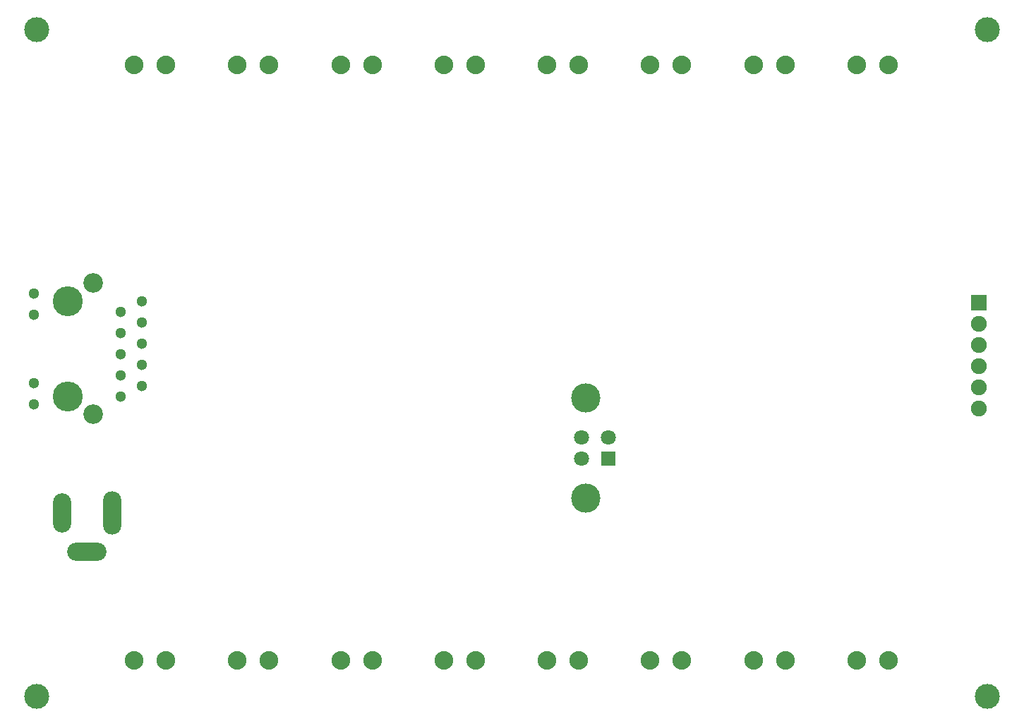
<source format=gbr>
G04 DipTrace 3.3.1.3*
G04 BottomMask.gbr*
%MOIN*%
G04 #@! TF.FileFunction,Soldermask,Bot*
G04 #@! TF.Part,Single*
%ADD44C,0.09252*%
%ADD45C,0.141732*%
%ADD46C,0.051181*%
%ADD47C,0.11811*%
%ADD55C,0.137961*%
%ADD57C,0.071032*%
%ADD59R,0.071032X0.071032*%
%ADD69C,0.08804*%
%ADD73O,0.185205X0.08678*%
%ADD75O,0.08678X0.20489*%
%ADD77O,0.08678X0.185205*%
%ADD79C,0.074969*%
%ADD81R,0.074969X0.074969*%
%FSLAX26Y26*%
G04*
G70*
G90*
G75*
G01*
G04 BotMask*
%LPD*%
D81*
X4999660Y2370378D3*
D79*
Y2270378D3*
Y2170378D3*
Y2070378D3*
Y1970378D3*
Y1870378D3*
D77*
X669591Y1378252D3*
D75*
X905811D3*
D73*
X787701Y1193213D3*
D69*
X1010634Y3493114D3*
X1160634D3*
X1498134D3*
X1648134D3*
X1987740Y3493134D3*
X2137740D3*
X2473134D3*
X2623134D3*
X2960634D3*
X3110634D3*
X3448134D3*
X3598134D3*
X3935634D3*
X4085634D3*
X4423134D3*
X4573134D3*
X1160614Y681480D3*
X1010614D3*
X1648134D3*
X1498134D3*
X2137740D3*
X1987740D3*
X2623134D3*
X2473134D3*
X3110614D3*
X2960614D3*
X3598134D3*
X3448134D3*
X4085614D3*
X3935614D3*
X4573134D3*
X4423134D3*
D44*
X818214Y2463882D3*
Y1843803D3*
D45*
X698135Y2378843D3*
Y1928843D3*
D46*
X538293Y2414866D3*
Y2314866D3*
Y1992819D3*
Y1892819D3*
X1048135Y1978843D3*
X948135Y1928843D3*
X1048135Y2078843D3*
X948135Y2028843D3*
X1048135Y2178843D3*
X948135Y2128843D3*
X1048135Y2278843D3*
Y2378843D3*
X948135Y2228843D3*
Y2328843D3*
D59*
X3249374Y1635201D3*
D57*
X3249413Y1733626D3*
X3123035D3*
Y1635201D3*
D55*
X3142917Y1921421D3*
Y1447406D3*
D47*
X551480Y3661717D3*
X5039669D3*
X551480Y512110D3*
X5039669D3*
M02*

</source>
